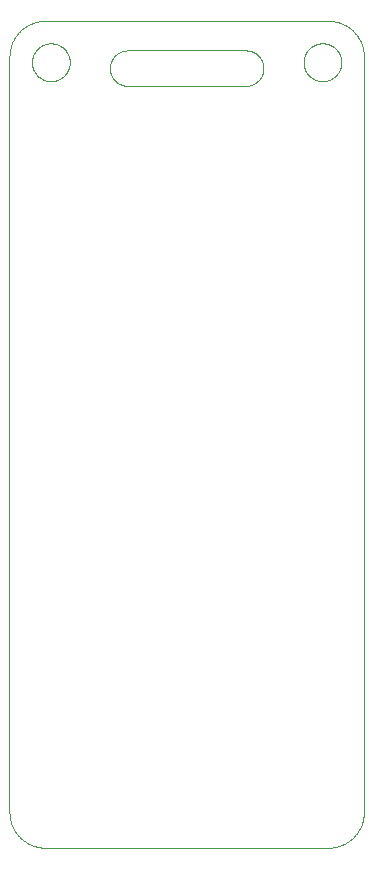
<source format=gbr>
G75*
%MOIN*%
%OFA0B0*%
%FSLAX25Y25*%
%IPPOS*%
%LPD*%
%AMOC8*
5,1,8,0,0,1.08239X$1,22.5*
%
%ADD10C,0.00394*%
%ADD11C,0.00000*%
D10*
X0011811Y0000000D02*
X0106299Y0000000D01*
X0106584Y0000003D01*
X0106870Y0000014D01*
X0107155Y0000031D01*
X0107439Y0000055D01*
X0107723Y0000086D01*
X0108006Y0000124D01*
X0108287Y0000169D01*
X0108568Y0000220D01*
X0108848Y0000278D01*
X0109126Y0000343D01*
X0109402Y0000415D01*
X0109676Y0000493D01*
X0109949Y0000578D01*
X0110219Y0000670D01*
X0110487Y0000768D01*
X0110753Y0000872D01*
X0111016Y0000983D01*
X0111276Y0001100D01*
X0111534Y0001223D01*
X0111788Y0001353D01*
X0112039Y0001489D01*
X0112287Y0001630D01*
X0112531Y0001778D01*
X0112772Y0001931D01*
X0113008Y0002091D01*
X0113241Y0002256D01*
X0113470Y0002426D01*
X0113695Y0002602D01*
X0113915Y0002784D01*
X0114131Y0002970D01*
X0114342Y0003162D01*
X0114549Y0003359D01*
X0114751Y0003561D01*
X0114948Y0003768D01*
X0115140Y0003979D01*
X0115326Y0004195D01*
X0115508Y0004415D01*
X0115684Y0004640D01*
X0115854Y0004869D01*
X0116019Y0005102D01*
X0116179Y0005338D01*
X0116332Y0005579D01*
X0116480Y0005823D01*
X0116621Y0006071D01*
X0116757Y0006322D01*
X0116887Y0006576D01*
X0117010Y0006834D01*
X0117127Y0007094D01*
X0117238Y0007357D01*
X0117342Y0007623D01*
X0117440Y0007891D01*
X0117532Y0008161D01*
X0117617Y0008434D01*
X0117695Y0008708D01*
X0117767Y0008984D01*
X0117832Y0009262D01*
X0117890Y0009542D01*
X0117941Y0009823D01*
X0117986Y0010104D01*
X0118024Y0010387D01*
X0118055Y0010671D01*
X0118079Y0010955D01*
X0118096Y0011240D01*
X0118107Y0011526D01*
X0118110Y0011811D01*
X0000000Y0011811D02*
X0000000Y0263780D01*
X0000003Y0264065D01*
X0000014Y0264351D01*
X0000031Y0264636D01*
X0000055Y0264920D01*
X0000086Y0265204D01*
X0000124Y0265487D01*
X0000169Y0265768D01*
X0000220Y0266049D01*
X0000278Y0266329D01*
X0000343Y0266607D01*
X0000415Y0266883D01*
X0000493Y0267157D01*
X0000578Y0267430D01*
X0000670Y0267700D01*
X0000768Y0267968D01*
X0000872Y0268234D01*
X0000983Y0268497D01*
X0001100Y0268757D01*
X0001223Y0269015D01*
X0001353Y0269269D01*
X0001489Y0269520D01*
X0001630Y0269768D01*
X0001778Y0270012D01*
X0001931Y0270253D01*
X0002091Y0270489D01*
X0002256Y0270722D01*
X0002426Y0270951D01*
X0002602Y0271176D01*
X0002784Y0271396D01*
X0002970Y0271612D01*
X0003162Y0271823D01*
X0003359Y0272030D01*
X0003561Y0272232D01*
X0003768Y0272429D01*
X0003979Y0272621D01*
X0004195Y0272807D01*
X0004415Y0272989D01*
X0004640Y0273165D01*
X0004869Y0273335D01*
X0005102Y0273500D01*
X0005338Y0273660D01*
X0005579Y0273813D01*
X0005823Y0273961D01*
X0006071Y0274102D01*
X0006322Y0274238D01*
X0006576Y0274368D01*
X0006834Y0274491D01*
X0007094Y0274608D01*
X0007357Y0274719D01*
X0007623Y0274823D01*
X0007891Y0274921D01*
X0008161Y0275013D01*
X0008434Y0275098D01*
X0008708Y0275176D01*
X0008984Y0275248D01*
X0009262Y0275313D01*
X0009542Y0275371D01*
X0009823Y0275422D01*
X0010104Y0275467D01*
X0010387Y0275505D01*
X0010671Y0275536D01*
X0010955Y0275560D01*
X0011240Y0275577D01*
X0011526Y0275588D01*
X0011811Y0275591D01*
X0106299Y0275591D01*
X0106584Y0275588D01*
X0106870Y0275577D01*
X0107155Y0275560D01*
X0107439Y0275536D01*
X0107723Y0275505D01*
X0108006Y0275467D01*
X0108287Y0275422D01*
X0108568Y0275371D01*
X0108848Y0275313D01*
X0109126Y0275248D01*
X0109402Y0275176D01*
X0109676Y0275098D01*
X0109949Y0275013D01*
X0110219Y0274921D01*
X0110487Y0274823D01*
X0110753Y0274719D01*
X0111016Y0274608D01*
X0111276Y0274491D01*
X0111534Y0274368D01*
X0111788Y0274238D01*
X0112039Y0274102D01*
X0112287Y0273961D01*
X0112531Y0273813D01*
X0112772Y0273660D01*
X0113008Y0273500D01*
X0113241Y0273335D01*
X0113470Y0273165D01*
X0113695Y0272989D01*
X0113915Y0272807D01*
X0114131Y0272621D01*
X0114342Y0272429D01*
X0114549Y0272232D01*
X0114751Y0272030D01*
X0114948Y0271823D01*
X0115140Y0271612D01*
X0115326Y0271396D01*
X0115508Y0271176D01*
X0115684Y0270951D01*
X0115854Y0270722D01*
X0116019Y0270489D01*
X0116179Y0270253D01*
X0116332Y0270012D01*
X0116480Y0269768D01*
X0116621Y0269520D01*
X0116757Y0269269D01*
X0116887Y0269015D01*
X0117010Y0268757D01*
X0117127Y0268497D01*
X0117238Y0268234D01*
X0117342Y0267968D01*
X0117440Y0267700D01*
X0117532Y0267430D01*
X0117617Y0267157D01*
X0117695Y0266883D01*
X0117767Y0266607D01*
X0117832Y0266329D01*
X0117890Y0266049D01*
X0117941Y0265768D01*
X0117986Y0265487D01*
X0118024Y0265204D01*
X0118055Y0264920D01*
X0118079Y0264636D01*
X0118096Y0264351D01*
X0118107Y0264065D01*
X0118110Y0263780D01*
X0118110Y0011811D01*
X0011811Y0000000D02*
X0011526Y0000003D01*
X0011240Y0000014D01*
X0010955Y0000031D01*
X0010671Y0000055D01*
X0010387Y0000086D01*
X0010104Y0000124D01*
X0009823Y0000169D01*
X0009542Y0000220D01*
X0009262Y0000278D01*
X0008984Y0000343D01*
X0008708Y0000415D01*
X0008434Y0000493D01*
X0008161Y0000578D01*
X0007891Y0000670D01*
X0007623Y0000768D01*
X0007357Y0000872D01*
X0007094Y0000983D01*
X0006834Y0001100D01*
X0006576Y0001223D01*
X0006322Y0001353D01*
X0006071Y0001489D01*
X0005823Y0001630D01*
X0005579Y0001778D01*
X0005338Y0001931D01*
X0005102Y0002091D01*
X0004869Y0002256D01*
X0004640Y0002426D01*
X0004415Y0002602D01*
X0004195Y0002784D01*
X0003979Y0002970D01*
X0003768Y0003162D01*
X0003561Y0003359D01*
X0003359Y0003561D01*
X0003162Y0003768D01*
X0002970Y0003979D01*
X0002784Y0004195D01*
X0002602Y0004415D01*
X0002426Y0004640D01*
X0002256Y0004869D01*
X0002091Y0005102D01*
X0001931Y0005338D01*
X0001778Y0005579D01*
X0001630Y0005823D01*
X0001489Y0006071D01*
X0001353Y0006322D01*
X0001223Y0006576D01*
X0001100Y0006834D01*
X0000983Y0007094D01*
X0000872Y0007357D01*
X0000768Y0007623D01*
X0000670Y0007891D01*
X0000578Y0008161D01*
X0000493Y0008434D01*
X0000415Y0008708D01*
X0000343Y0008984D01*
X0000278Y0009262D01*
X0000220Y0009542D01*
X0000169Y0009823D01*
X0000124Y0010104D01*
X0000086Y0010387D01*
X0000055Y0010671D01*
X0000031Y0010955D01*
X0000014Y0011240D01*
X0000003Y0011526D01*
X0000000Y0011811D01*
X0039370Y0265748D02*
X0078740Y0265748D01*
X0078740Y0265749D02*
X0078892Y0265747D01*
X0079044Y0265741D01*
X0079196Y0265731D01*
X0079347Y0265718D01*
X0079498Y0265700D01*
X0079649Y0265679D01*
X0079799Y0265653D01*
X0079948Y0265624D01*
X0080097Y0265591D01*
X0080244Y0265554D01*
X0080391Y0265514D01*
X0080536Y0265469D01*
X0080680Y0265421D01*
X0080823Y0265369D01*
X0080965Y0265314D01*
X0081105Y0265255D01*
X0081244Y0265192D01*
X0081381Y0265126D01*
X0081516Y0265056D01*
X0081649Y0264983D01*
X0081780Y0264906D01*
X0081910Y0264826D01*
X0082037Y0264743D01*
X0082162Y0264657D01*
X0082285Y0264567D01*
X0082405Y0264474D01*
X0082523Y0264378D01*
X0082639Y0264279D01*
X0082752Y0264177D01*
X0082862Y0264073D01*
X0082970Y0263965D01*
X0083074Y0263855D01*
X0083176Y0263742D01*
X0083275Y0263626D01*
X0083371Y0263508D01*
X0083464Y0263388D01*
X0083554Y0263265D01*
X0083640Y0263140D01*
X0083723Y0263013D01*
X0083803Y0262883D01*
X0083880Y0262752D01*
X0083953Y0262619D01*
X0084023Y0262484D01*
X0084089Y0262347D01*
X0084152Y0262208D01*
X0084211Y0262068D01*
X0084266Y0261926D01*
X0084318Y0261783D01*
X0084366Y0261639D01*
X0084411Y0261494D01*
X0084451Y0261347D01*
X0084488Y0261200D01*
X0084521Y0261051D01*
X0084550Y0260902D01*
X0084576Y0260752D01*
X0084597Y0260601D01*
X0084615Y0260450D01*
X0084628Y0260299D01*
X0084638Y0260147D01*
X0084644Y0259995D01*
X0084646Y0259843D01*
X0084644Y0259691D01*
X0084638Y0259539D01*
X0084628Y0259387D01*
X0084615Y0259236D01*
X0084597Y0259085D01*
X0084576Y0258934D01*
X0084550Y0258784D01*
X0084521Y0258635D01*
X0084488Y0258486D01*
X0084451Y0258339D01*
X0084411Y0258192D01*
X0084366Y0258047D01*
X0084318Y0257903D01*
X0084266Y0257760D01*
X0084211Y0257618D01*
X0084152Y0257478D01*
X0084089Y0257339D01*
X0084023Y0257202D01*
X0083953Y0257067D01*
X0083880Y0256934D01*
X0083803Y0256803D01*
X0083723Y0256673D01*
X0083640Y0256546D01*
X0083554Y0256421D01*
X0083464Y0256298D01*
X0083371Y0256178D01*
X0083275Y0256060D01*
X0083176Y0255944D01*
X0083074Y0255831D01*
X0082970Y0255721D01*
X0082862Y0255613D01*
X0082752Y0255509D01*
X0082639Y0255407D01*
X0082523Y0255308D01*
X0082405Y0255212D01*
X0082285Y0255119D01*
X0082162Y0255029D01*
X0082037Y0254943D01*
X0081910Y0254860D01*
X0081780Y0254780D01*
X0081649Y0254703D01*
X0081516Y0254630D01*
X0081381Y0254560D01*
X0081244Y0254494D01*
X0081105Y0254431D01*
X0080965Y0254372D01*
X0080823Y0254317D01*
X0080680Y0254265D01*
X0080536Y0254217D01*
X0080391Y0254172D01*
X0080244Y0254132D01*
X0080097Y0254095D01*
X0079948Y0254062D01*
X0079799Y0254033D01*
X0079649Y0254007D01*
X0079498Y0253986D01*
X0079347Y0253968D01*
X0079196Y0253955D01*
X0079044Y0253945D01*
X0078892Y0253939D01*
X0078740Y0253937D01*
X0039370Y0253937D01*
X0039218Y0253939D01*
X0039066Y0253945D01*
X0038914Y0253955D01*
X0038763Y0253968D01*
X0038612Y0253986D01*
X0038461Y0254007D01*
X0038311Y0254033D01*
X0038162Y0254062D01*
X0038013Y0254095D01*
X0037866Y0254132D01*
X0037719Y0254172D01*
X0037574Y0254217D01*
X0037430Y0254265D01*
X0037287Y0254317D01*
X0037145Y0254372D01*
X0037005Y0254431D01*
X0036866Y0254494D01*
X0036729Y0254560D01*
X0036594Y0254630D01*
X0036461Y0254703D01*
X0036330Y0254780D01*
X0036200Y0254860D01*
X0036073Y0254943D01*
X0035948Y0255029D01*
X0035825Y0255119D01*
X0035705Y0255212D01*
X0035587Y0255308D01*
X0035471Y0255407D01*
X0035358Y0255509D01*
X0035248Y0255613D01*
X0035140Y0255721D01*
X0035036Y0255831D01*
X0034934Y0255944D01*
X0034835Y0256060D01*
X0034739Y0256178D01*
X0034646Y0256298D01*
X0034556Y0256421D01*
X0034470Y0256546D01*
X0034387Y0256673D01*
X0034307Y0256803D01*
X0034230Y0256934D01*
X0034157Y0257067D01*
X0034087Y0257202D01*
X0034021Y0257339D01*
X0033958Y0257478D01*
X0033899Y0257618D01*
X0033844Y0257760D01*
X0033792Y0257903D01*
X0033744Y0258047D01*
X0033699Y0258192D01*
X0033659Y0258339D01*
X0033622Y0258486D01*
X0033589Y0258635D01*
X0033560Y0258784D01*
X0033534Y0258934D01*
X0033513Y0259085D01*
X0033495Y0259236D01*
X0033482Y0259387D01*
X0033472Y0259539D01*
X0033466Y0259691D01*
X0033464Y0259843D01*
X0033466Y0259995D01*
X0033472Y0260147D01*
X0033482Y0260299D01*
X0033495Y0260450D01*
X0033513Y0260601D01*
X0033534Y0260752D01*
X0033560Y0260902D01*
X0033589Y0261051D01*
X0033622Y0261200D01*
X0033659Y0261347D01*
X0033699Y0261494D01*
X0033744Y0261639D01*
X0033792Y0261783D01*
X0033844Y0261926D01*
X0033899Y0262068D01*
X0033958Y0262208D01*
X0034021Y0262347D01*
X0034087Y0262484D01*
X0034157Y0262619D01*
X0034230Y0262752D01*
X0034307Y0262883D01*
X0034387Y0263013D01*
X0034470Y0263140D01*
X0034556Y0263265D01*
X0034646Y0263388D01*
X0034739Y0263508D01*
X0034835Y0263626D01*
X0034934Y0263742D01*
X0035036Y0263855D01*
X0035140Y0263965D01*
X0035248Y0264073D01*
X0035358Y0264177D01*
X0035471Y0264279D01*
X0035587Y0264378D01*
X0035705Y0264474D01*
X0035825Y0264567D01*
X0035948Y0264657D01*
X0036073Y0264743D01*
X0036200Y0264826D01*
X0036330Y0264906D01*
X0036461Y0264983D01*
X0036594Y0265056D01*
X0036729Y0265126D01*
X0036866Y0265192D01*
X0037005Y0265255D01*
X0037145Y0265314D01*
X0037287Y0265369D01*
X0037430Y0265421D01*
X0037574Y0265469D01*
X0037719Y0265514D01*
X0037866Y0265554D01*
X0038013Y0265591D01*
X0038162Y0265624D01*
X0038311Y0265653D01*
X0038461Y0265679D01*
X0038612Y0265700D01*
X0038763Y0265718D01*
X0038914Y0265731D01*
X0039066Y0265741D01*
X0039218Y0265747D01*
X0039370Y0265749D01*
D11*
X0007481Y0261811D02*
X0007483Y0261969D01*
X0007489Y0262127D01*
X0007499Y0262285D01*
X0007513Y0262443D01*
X0007531Y0262600D01*
X0007552Y0262757D01*
X0007578Y0262913D01*
X0007608Y0263069D01*
X0007641Y0263224D01*
X0007679Y0263377D01*
X0007720Y0263530D01*
X0007765Y0263682D01*
X0007814Y0263833D01*
X0007867Y0263982D01*
X0007923Y0264130D01*
X0007983Y0264276D01*
X0008047Y0264421D01*
X0008115Y0264564D01*
X0008186Y0264706D01*
X0008260Y0264846D01*
X0008338Y0264983D01*
X0008420Y0265119D01*
X0008504Y0265253D01*
X0008593Y0265384D01*
X0008684Y0265513D01*
X0008779Y0265640D01*
X0008876Y0265765D01*
X0008977Y0265887D01*
X0009081Y0266006D01*
X0009188Y0266123D01*
X0009298Y0266237D01*
X0009411Y0266348D01*
X0009526Y0266457D01*
X0009644Y0266562D01*
X0009765Y0266664D01*
X0009888Y0266764D01*
X0010014Y0266860D01*
X0010142Y0266953D01*
X0010272Y0267043D01*
X0010405Y0267129D01*
X0010540Y0267213D01*
X0010676Y0267292D01*
X0010815Y0267369D01*
X0010956Y0267441D01*
X0011098Y0267511D01*
X0011242Y0267576D01*
X0011388Y0267638D01*
X0011535Y0267696D01*
X0011684Y0267751D01*
X0011834Y0267802D01*
X0011985Y0267849D01*
X0012137Y0267892D01*
X0012290Y0267931D01*
X0012445Y0267967D01*
X0012600Y0267998D01*
X0012756Y0268026D01*
X0012912Y0268050D01*
X0013069Y0268070D01*
X0013227Y0268086D01*
X0013384Y0268098D01*
X0013543Y0268106D01*
X0013701Y0268110D01*
X0013859Y0268110D01*
X0014017Y0268106D01*
X0014176Y0268098D01*
X0014333Y0268086D01*
X0014491Y0268070D01*
X0014648Y0268050D01*
X0014804Y0268026D01*
X0014960Y0267998D01*
X0015115Y0267967D01*
X0015270Y0267931D01*
X0015423Y0267892D01*
X0015575Y0267849D01*
X0015726Y0267802D01*
X0015876Y0267751D01*
X0016025Y0267696D01*
X0016172Y0267638D01*
X0016318Y0267576D01*
X0016462Y0267511D01*
X0016604Y0267441D01*
X0016745Y0267369D01*
X0016884Y0267292D01*
X0017020Y0267213D01*
X0017155Y0267129D01*
X0017288Y0267043D01*
X0017418Y0266953D01*
X0017546Y0266860D01*
X0017672Y0266764D01*
X0017795Y0266664D01*
X0017916Y0266562D01*
X0018034Y0266457D01*
X0018149Y0266348D01*
X0018262Y0266237D01*
X0018372Y0266123D01*
X0018479Y0266006D01*
X0018583Y0265887D01*
X0018684Y0265765D01*
X0018781Y0265640D01*
X0018876Y0265513D01*
X0018967Y0265384D01*
X0019056Y0265253D01*
X0019140Y0265119D01*
X0019222Y0264983D01*
X0019300Y0264846D01*
X0019374Y0264706D01*
X0019445Y0264564D01*
X0019513Y0264421D01*
X0019577Y0264276D01*
X0019637Y0264130D01*
X0019693Y0263982D01*
X0019746Y0263833D01*
X0019795Y0263682D01*
X0019840Y0263530D01*
X0019881Y0263377D01*
X0019919Y0263224D01*
X0019952Y0263069D01*
X0019982Y0262913D01*
X0020008Y0262757D01*
X0020029Y0262600D01*
X0020047Y0262443D01*
X0020061Y0262285D01*
X0020071Y0262127D01*
X0020077Y0261969D01*
X0020079Y0261811D01*
X0020077Y0261653D01*
X0020071Y0261495D01*
X0020061Y0261337D01*
X0020047Y0261179D01*
X0020029Y0261022D01*
X0020008Y0260865D01*
X0019982Y0260709D01*
X0019952Y0260553D01*
X0019919Y0260398D01*
X0019881Y0260245D01*
X0019840Y0260092D01*
X0019795Y0259940D01*
X0019746Y0259789D01*
X0019693Y0259640D01*
X0019637Y0259492D01*
X0019577Y0259346D01*
X0019513Y0259201D01*
X0019445Y0259058D01*
X0019374Y0258916D01*
X0019300Y0258776D01*
X0019222Y0258639D01*
X0019140Y0258503D01*
X0019056Y0258369D01*
X0018967Y0258238D01*
X0018876Y0258109D01*
X0018781Y0257982D01*
X0018684Y0257857D01*
X0018583Y0257735D01*
X0018479Y0257616D01*
X0018372Y0257499D01*
X0018262Y0257385D01*
X0018149Y0257274D01*
X0018034Y0257165D01*
X0017916Y0257060D01*
X0017795Y0256958D01*
X0017672Y0256858D01*
X0017546Y0256762D01*
X0017418Y0256669D01*
X0017288Y0256579D01*
X0017155Y0256493D01*
X0017020Y0256409D01*
X0016884Y0256330D01*
X0016745Y0256253D01*
X0016604Y0256181D01*
X0016462Y0256111D01*
X0016318Y0256046D01*
X0016172Y0255984D01*
X0016025Y0255926D01*
X0015876Y0255871D01*
X0015726Y0255820D01*
X0015575Y0255773D01*
X0015423Y0255730D01*
X0015270Y0255691D01*
X0015115Y0255655D01*
X0014960Y0255624D01*
X0014804Y0255596D01*
X0014648Y0255572D01*
X0014491Y0255552D01*
X0014333Y0255536D01*
X0014176Y0255524D01*
X0014017Y0255516D01*
X0013859Y0255512D01*
X0013701Y0255512D01*
X0013543Y0255516D01*
X0013384Y0255524D01*
X0013227Y0255536D01*
X0013069Y0255552D01*
X0012912Y0255572D01*
X0012756Y0255596D01*
X0012600Y0255624D01*
X0012445Y0255655D01*
X0012290Y0255691D01*
X0012137Y0255730D01*
X0011985Y0255773D01*
X0011834Y0255820D01*
X0011684Y0255871D01*
X0011535Y0255926D01*
X0011388Y0255984D01*
X0011242Y0256046D01*
X0011098Y0256111D01*
X0010956Y0256181D01*
X0010815Y0256253D01*
X0010676Y0256330D01*
X0010540Y0256409D01*
X0010405Y0256493D01*
X0010272Y0256579D01*
X0010142Y0256669D01*
X0010014Y0256762D01*
X0009888Y0256858D01*
X0009765Y0256958D01*
X0009644Y0257060D01*
X0009526Y0257165D01*
X0009411Y0257274D01*
X0009298Y0257385D01*
X0009188Y0257499D01*
X0009081Y0257616D01*
X0008977Y0257735D01*
X0008876Y0257857D01*
X0008779Y0257982D01*
X0008684Y0258109D01*
X0008593Y0258238D01*
X0008504Y0258369D01*
X0008420Y0258503D01*
X0008338Y0258639D01*
X0008260Y0258776D01*
X0008186Y0258916D01*
X0008115Y0259058D01*
X0008047Y0259201D01*
X0007983Y0259346D01*
X0007923Y0259492D01*
X0007867Y0259640D01*
X0007814Y0259789D01*
X0007765Y0259940D01*
X0007720Y0260092D01*
X0007679Y0260245D01*
X0007641Y0260398D01*
X0007608Y0260553D01*
X0007578Y0260709D01*
X0007552Y0260865D01*
X0007531Y0261022D01*
X0007513Y0261179D01*
X0007499Y0261337D01*
X0007489Y0261495D01*
X0007483Y0261653D01*
X0007481Y0261811D01*
X0098032Y0261811D02*
X0098034Y0261969D01*
X0098040Y0262127D01*
X0098050Y0262285D01*
X0098064Y0262443D01*
X0098082Y0262600D01*
X0098103Y0262757D01*
X0098129Y0262913D01*
X0098159Y0263069D01*
X0098192Y0263224D01*
X0098230Y0263377D01*
X0098271Y0263530D01*
X0098316Y0263682D01*
X0098365Y0263833D01*
X0098418Y0263982D01*
X0098474Y0264130D01*
X0098534Y0264276D01*
X0098598Y0264421D01*
X0098666Y0264564D01*
X0098737Y0264706D01*
X0098811Y0264846D01*
X0098889Y0264983D01*
X0098971Y0265119D01*
X0099055Y0265253D01*
X0099144Y0265384D01*
X0099235Y0265513D01*
X0099330Y0265640D01*
X0099427Y0265765D01*
X0099528Y0265887D01*
X0099632Y0266006D01*
X0099739Y0266123D01*
X0099849Y0266237D01*
X0099962Y0266348D01*
X0100077Y0266457D01*
X0100195Y0266562D01*
X0100316Y0266664D01*
X0100439Y0266764D01*
X0100565Y0266860D01*
X0100693Y0266953D01*
X0100823Y0267043D01*
X0100956Y0267129D01*
X0101091Y0267213D01*
X0101227Y0267292D01*
X0101366Y0267369D01*
X0101507Y0267441D01*
X0101649Y0267511D01*
X0101793Y0267576D01*
X0101939Y0267638D01*
X0102086Y0267696D01*
X0102235Y0267751D01*
X0102385Y0267802D01*
X0102536Y0267849D01*
X0102688Y0267892D01*
X0102841Y0267931D01*
X0102996Y0267967D01*
X0103151Y0267998D01*
X0103307Y0268026D01*
X0103463Y0268050D01*
X0103620Y0268070D01*
X0103778Y0268086D01*
X0103935Y0268098D01*
X0104094Y0268106D01*
X0104252Y0268110D01*
X0104410Y0268110D01*
X0104568Y0268106D01*
X0104727Y0268098D01*
X0104884Y0268086D01*
X0105042Y0268070D01*
X0105199Y0268050D01*
X0105355Y0268026D01*
X0105511Y0267998D01*
X0105666Y0267967D01*
X0105821Y0267931D01*
X0105974Y0267892D01*
X0106126Y0267849D01*
X0106277Y0267802D01*
X0106427Y0267751D01*
X0106576Y0267696D01*
X0106723Y0267638D01*
X0106869Y0267576D01*
X0107013Y0267511D01*
X0107155Y0267441D01*
X0107296Y0267369D01*
X0107435Y0267292D01*
X0107571Y0267213D01*
X0107706Y0267129D01*
X0107839Y0267043D01*
X0107969Y0266953D01*
X0108097Y0266860D01*
X0108223Y0266764D01*
X0108346Y0266664D01*
X0108467Y0266562D01*
X0108585Y0266457D01*
X0108700Y0266348D01*
X0108813Y0266237D01*
X0108923Y0266123D01*
X0109030Y0266006D01*
X0109134Y0265887D01*
X0109235Y0265765D01*
X0109332Y0265640D01*
X0109427Y0265513D01*
X0109518Y0265384D01*
X0109607Y0265253D01*
X0109691Y0265119D01*
X0109773Y0264983D01*
X0109851Y0264846D01*
X0109925Y0264706D01*
X0109996Y0264564D01*
X0110064Y0264421D01*
X0110128Y0264276D01*
X0110188Y0264130D01*
X0110244Y0263982D01*
X0110297Y0263833D01*
X0110346Y0263682D01*
X0110391Y0263530D01*
X0110432Y0263377D01*
X0110470Y0263224D01*
X0110503Y0263069D01*
X0110533Y0262913D01*
X0110559Y0262757D01*
X0110580Y0262600D01*
X0110598Y0262443D01*
X0110612Y0262285D01*
X0110622Y0262127D01*
X0110628Y0261969D01*
X0110630Y0261811D01*
X0110628Y0261653D01*
X0110622Y0261495D01*
X0110612Y0261337D01*
X0110598Y0261179D01*
X0110580Y0261022D01*
X0110559Y0260865D01*
X0110533Y0260709D01*
X0110503Y0260553D01*
X0110470Y0260398D01*
X0110432Y0260245D01*
X0110391Y0260092D01*
X0110346Y0259940D01*
X0110297Y0259789D01*
X0110244Y0259640D01*
X0110188Y0259492D01*
X0110128Y0259346D01*
X0110064Y0259201D01*
X0109996Y0259058D01*
X0109925Y0258916D01*
X0109851Y0258776D01*
X0109773Y0258639D01*
X0109691Y0258503D01*
X0109607Y0258369D01*
X0109518Y0258238D01*
X0109427Y0258109D01*
X0109332Y0257982D01*
X0109235Y0257857D01*
X0109134Y0257735D01*
X0109030Y0257616D01*
X0108923Y0257499D01*
X0108813Y0257385D01*
X0108700Y0257274D01*
X0108585Y0257165D01*
X0108467Y0257060D01*
X0108346Y0256958D01*
X0108223Y0256858D01*
X0108097Y0256762D01*
X0107969Y0256669D01*
X0107839Y0256579D01*
X0107706Y0256493D01*
X0107571Y0256409D01*
X0107435Y0256330D01*
X0107296Y0256253D01*
X0107155Y0256181D01*
X0107013Y0256111D01*
X0106869Y0256046D01*
X0106723Y0255984D01*
X0106576Y0255926D01*
X0106427Y0255871D01*
X0106277Y0255820D01*
X0106126Y0255773D01*
X0105974Y0255730D01*
X0105821Y0255691D01*
X0105666Y0255655D01*
X0105511Y0255624D01*
X0105355Y0255596D01*
X0105199Y0255572D01*
X0105042Y0255552D01*
X0104884Y0255536D01*
X0104727Y0255524D01*
X0104568Y0255516D01*
X0104410Y0255512D01*
X0104252Y0255512D01*
X0104094Y0255516D01*
X0103935Y0255524D01*
X0103778Y0255536D01*
X0103620Y0255552D01*
X0103463Y0255572D01*
X0103307Y0255596D01*
X0103151Y0255624D01*
X0102996Y0255655D01*
X0102841Y0255691D01*
X0102688Y0255730D01*
X0102536Y0255773D01*
X0102385Y0255820D01*
X0102235Y0255871D01*
X0102086Y0255926D01*
X0101939Y0255984D01*
X0101793Y0256046D01*
X0101649Y0256111D01*
X0101507Y0256181D01*
X0101366Y0256253D01*
X0101227Y0256330D01*
X0101091Y0256409D01*
X0100956Y0256493D01*
X0100823Y0256579D01*
X0100693Y0256669D01*
X0100565Y0256762D01*
X0100439Y0256858D01*
X0100316Y0256958D01*
X0100195Y0257060D01*
X0100077Y0257165D01*
X0099962Y0257274D01*
X0099849Y0257385D01*
X0099739Y0257499D01*
X0099632Y0257616D01*
X0099528Y0257735D01*
X0099427Y0257857D01*
X0099330Y0257982D01*
X0099235Y0258109D01*
X0099144Y0258238D01*
X0099055Y0258369D01*
X0098971Y0258503D01*
X0098889Y0258639D01*
X0098811Y0258776D01*
X0098737Y0258916D01*
X0098666Y0259058D01*
X0098598Y0259201D01*
X0098534Y0259346D01*
X0098474Y0259492D01*
X0098418Y0259640D01*
X0098365Y0259789D01*
X0098316Y0259940D01*
X0098271Y0260092D01*
X0098230Y0260245D01*
X0098192Y0260398D01*
X0098159Y0260553D01*
X0098129Y0260709D01*
X0098103Y0260865D01*
X0098082Y0261022D01*
X0098064Y0261179D01*
X0098050Y0261337D01*
X0098040Y0261495D01*
X0098034Y0261653D01*
X0098032Y0261811D01*
M02*

</source>
